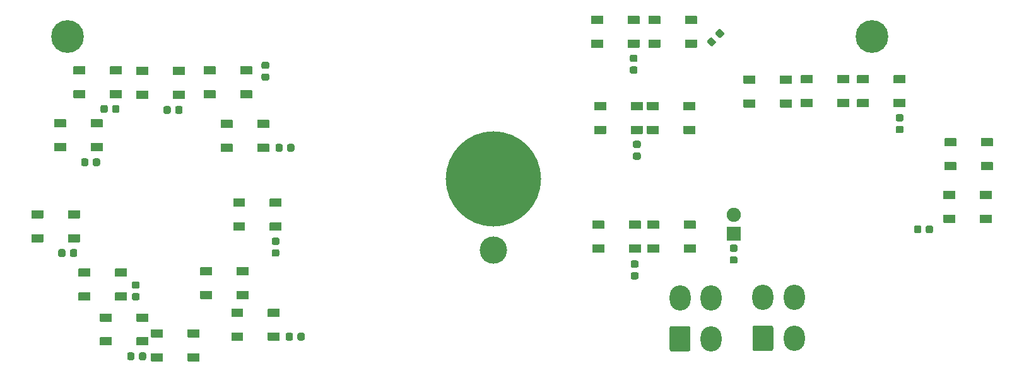
<source format=gbr>
%TF.GenerationSoftware,KiCad,Pcbnew,(5.1.10)-1*%
%TF.CreationDate,2021-11-16T17:05:13+11:00*%
%TF.ProjectId,FCS Panel PCB V2,46435320-5061-46e6-956c-205043422056,rev?*%
%TF.SameCoordinates,Original*%
%TF.FileFunction,Soldermask,Top*%
%TF.FilePolarity,Negative*%
%FSLAX46Y46*%
G04 Gerber Fmt 4.6, Leading zero omitted, Abs format (unit mm)*
G04 Created by KiCad (PCBNEW (5.1.10)-1) date 2021-11-16 17:05:13*
%MOMM*%
%LPD*%
G01*
G04 APERTURE LIST*
%ADD10O,2.800000X3.400000*%
%ADD11C,4.400000*%
%ADD12C,12.800000*%
%ADD13C,3.672000*%
%ADD14C,1.900000*%
G04 APERTURE END LIST*
D10*
%TO.C,J2*%
X176624000Y-86788400D03*
X172424000Y-86788400D03*
X176624000Y-92288400D03*
G36*
G01*
X171024000Y-93729140D02*
X171024000Y-90847660D01*
G75*
G02*
X171283260Y-90588400I259260J0D01*
G01*
X173564740Y-90588400D01*
G75*
G02*
X173824000Y-90847660I0J-259260D01*
G01*
X173824000Y-93729140D01*
G75*
G02*
X173564740Y-93988400I-259260J0D01*
G01*
X171283260Y-93988400D01*
G75*
G02*
X171024000Y-93729140I0J259260D01*
G01*
G37*
%TD*%
%TO.C,J1*%
X187747000Y-86717200D03*
X183547000Y-86717200D03*
X187747000Y-92217200D03*
G36*
G01*
X182147000Y-93657940D02*
X182147000Y-90776460D01*
G75*
G02*
X182406260Y-90517200I259260J0D01*
G01*
X184687740Y-90517200D01*
G75*
G02*
X184947000Y-90776460I0J-259260D01*
G01*
X184947000Y-93657940D01*
G75*
G02*
X184687740Y-93917200I-259260J0D01*
G01*
X182406260Y-93917200D01*
G75*
G02*
X182147000Y-93657940I0J259260D01*
G01*
G37*
%TD*%
D11*
%TO.C,2*%
X198150894Y-51660146D03*
%TD*%
%TO.C,1*%
X90200894Y-51660146D03*
%TD*%
D12*
%TO.C,1*%
X147350894Y-70837146D03*
X147350894Y-70837146D03*
D13*
X147350894Y-80362146D03*
%TD*%
%TO.C,R1*%
G36*
G01*
X179902250Y-80606700D02*
X179339750Y-80606700D01*
G75*
G02*
X179096000Y-80362950I0J243750D01*
G01*
X179096000Y-79875450D01*
G75*
G02*
X179339750Y-79631700I243750J0D01*
G01*
X179902250Y-79631700D01*
G75*
G02*
X180146000Y-79875450I0J-243750D01*
G01*
X180146000Y-80362950D01*
G75*
G02*
X179902250Y-80606700I-243750J0D01*
G01*
G37*
G36*
G01*
X179902250Y-82181700D02*
X179339750Y-82181700D01*
G75*
G02*
X179096000Y-81937950I0J243750D01*
G01*
X179096000Y-81450450D01*
G75*
G02*
X179339750Y-81206700I243750J0D01*
G01*
X179902250Y-81206700D01*
G75*
G02*
X180146000Y-81450450I0J-243750D01*
G01*
X180146000Y-81937950D01*
G75*
G02*
X179902250Y-82181700I-243750J0D01*
G01*
G37*
%TD*%
%TO.C,C17*%
G36*
G01*
X104686000Y-61810250D02*
X104686000Y-61247750D01*
G75*
G02*
X104929750Y-61004000I243750J0D01*
G01*
X105417250Y-61004000D01*
G75*
G02*
X105661000Y-61247750I0J-243750D01*
G01*
X105661000Y-61810250D01*
G75*
G02*
X105417250Y-62054000I-243750J0D01*
G01*
X104929750Y-62054000D01*
G75*
G02*
X104686000Y-61810250I0J243750D01*
G01*
G37*
G36*
G01*
X103111000Y-61810250D02*
X103111000Y-61247750D01*
G75*
G02*
X103354750Y-61004000I243750J0D01*
G01*
X103842250Y-61004000D01*
G75*
G02*
X104086000Y-61247750I0J-243750D01*
G01*
X104086000Y-61810250D01*
G75*
G02*
X103842250Y-62054000I-243750J0D01*
G01*
X103354750Y-62054000D01*
G75*
G02*
X103111000Y-61810250I0J243750D01*
G01*
G37*
%TD*%
%TO.C,C16*%
G36*
G01*
X166621250Y-82735200D02*
X166058750Y-82735200D01*
G75*
G02*
X165815000Y-82491450I0J243750D01*
G01*
X165815000Y-82003950D01*
G75*
G02*
X166058750Y-81760200I243750J0D01*
G01*
X166621250Y-81760200D01*
G75*
G02*
X166865000Y-82003950I0J-243750D01*
G01*
X166865000Y-82491450D01*
G75*
G02*
X166621250Y-82735200I-243750J0D01*
G01*
G37*
G36*
G01*
X166621250Y-84310200D02*
X166058750Y-84310200D01*
G75*
G02*
X165815000Y-84066450I0J243750D01*
G01*
X165815000Y-83578950D01*
G75*
G02*
X166058750Y-83335200I243750J0D01*
G01*
X166621250Y-83335200D01*
G75*
G02*
X166865000Y-83578950I0J-243750D01*
G01*
X166865000Y-84066450D01*
G75*
G02*
X166621250Y-84310200I-243750J0D01*
G01*
G37*
%TD*%
%TO.C,C15*%
G36*
G01*
X90558800Y-81040550D02*
X90558800Y-80478050D01*
G75*
G02*
X90802550Y-80234300I243750J0D01*
G01*
X91290050Y-80234300D01*
G75*
G02*
X91533800Y-80478050I0J-243750D01*
G01*
X91533800Y-81040550D01*
G75*
G02*
X91290050Y-81284300I-243750J0D01*
G01*
X90802550Y-81284300D01*
G75*
G02*
X90558800Y-81040550I0J243750D01*
G01*
G37*
G36*
G01*
X88983800Y-81040550D02*
X88983800Y-80478050D01*
G75*
G02*
X89227550Y-80234300I243750J0D01*
G01*
X89715050Y-80234300D01*
G75*
G02*
X89958800Y-80478050I0J-243750D01*
G01*
X89958800Y-81040550D01*
G75*
G02*
X89715050Y-81284300I-243750J0D01*
G01*
X89227550Y-81284300D01*
G75*
G02*
X88983800Y-81040550I0J243750D01*
G01*
G37*
%TD*%
%TO.C,C14*%
G36*
G01*
X99101350Y-86144500D02*
X99663850Y-86144500D01*
G75*
G02*
X99907600Y-86388250I0J-243750D01*
G01*
X99907600Y-86875750D01*
G75*
G02*
X99663850Y-87119500I-243750J0D01*
G01*
X99101350Y-87119500D01*
G75*
G02*
X98857600Y-86875750I0J243750D01*
G01*
X98857600Y-86388250D01*
G75*
G02*
X99101350Y-86144500I243750J0D01*
G01*
G37*
G36*
G01*
X99101350Y-84569500D02*
X99663850Y-84569500D01*
G75*
G02*
X99907600Y-84813250I0J-243750D01*
G01*
X99907600Y-85300750D01*
G75*
G02*
X99663850Y-85544500I-243750J0D01*
G01*
X99101350Y-85544500D01*
G75*
G02*
X98857600Y-85300750I0J243750D01*
G01*
X98857600Y-84813250D01*
G75*
G02*
X99101350Y-84569500I243750J0D01*
G01*
G37*
%TD*%
%TO.C,C13*%
G36*
G01*
X205405000Y-77868050D02*
X205405000Y-77305550D01*
G75*
G02*
X205648750Y-77061800I243750J0D01*
G01*
X206136250Y-77061800D01*
G75*
G02*
X206380000Y-77305550I0J-243750D01*
G01*
X206380000Y-77868050D01*
G75*
G02*
X206136250Y-78111800I-243750J0D01*
G01*
X205648750Y-78111800D01*
G75*
G02*
X205405000Y-77868050I0J243750D01*
G01*
G37*
G36*
G01*
X203830000Y-77868050D02*
X203830000Y-77305550D01*
G75*
G02*
X204073750Y-77061800I243750J0D01*
G01*
X204561250Y-77061800D01*
G75*
G02*
X204805000Y-77305550I0J-243750D01*
G01*
X204805000Y-77868050D01*
G75*
G02*
X204561250Y-78111800I-243750J0D01*
G01*
X204073750Y-78111800D01*
G75*
G02*
X203830000Y-77868050I0J243750D01*
G01*
G37*
%TD*%
%TO.C,C12*%
G36*
G01*
X202173250Y-63073100D02*
X201610750Y-63073100D01*
G75*
G02*
X201367000Y-62829350I0J243750D01*
G01*
X201367000Y-62341850D01*
G75*
G02*
X201610750Y-62098100I243750J0D01*
G01*
X202173250Y-62098100D01*
G75*
G02*
X202417000Y-62341850I0J-243750D01*
G01*
X202417000Y-62829350D01*
G75*
G02*
X202173250Y-63073100I-243750J0D01*
G01*
G37*
G36*
G01*
X202173250Y-64648100D02*
X201610750Y-64648100D01*
G75*
G02*
X201367000Y-64404350I0J243750D01*
G01*
X201367000Y-63916850D01*
G75*
G02*
X201610750Y-63673100I243750J0D01*
G01*
X202173250Y-63673100D01*
G75*
G02*
X202417000Y-63916850I0J-243750D01*
G01*
X202417000Y-64404350D01*
G75*
G02*
X202173250Y-64648100I-243750J0D01*
G01*
G37*
%TD*%
%TO.C,C11*%
G36*
G01*
X166908250Y-66651800D02*
X166345750Y-66651800D01*
G75*
G02*
X166102000Y-66408050I0J243750D01*
G01*
X166102000Y-65920550D01*
G75*
G02*
X166345750Y-65676800I243750J0D01*
G01*
X166908250Y-65676800D01*
G75*
G02*
X167152000Y-65920550I0J-243750D01*
G01*
X167152000Y-66408050D01*
G75*
G02*
X166908250Y-66651800I-243750J0D01*
G01*
G37*
G36*
G01*
X166908250Y-68226800D02*
X166345750Y-68226800D01*
G75*
G02*
X166102000Y-67983050I0J243750D01*
G01*
X166102000Y-67495550D01*
G75*
G02*
X166345750Y-67251800I243750J0D01*
G01*
X166908250Y-67251800D01*
G75*
G02*
X167152000Y-67495550I0J-243750D01*
G01*
X167152000Y-67983050D01*
G75*
G02*
X166908250Y-68226800I-243750J0D01*
G01*
G37*
%TD*%
%TO.C,C10*%
G36*
G01*
X176799993Y-51836259D02*
X177197741Y-52234007D01*
G75*
G02*
X177197741Y-52578721I-172357J-172357D01*
G01*
X176853027Y-52923435D01*
G75*
G02*
X176508313Y-52923435I-172357J172357D01*
G01*
X176110565Y-52525687D01*
G75*
G02*
X176110565Y-52180973I172357J172357D01*
G01*
X176455279Y-51836259D01*
G75*
G02*
X176799993Y-51836259I172357J-172357D01*
G01*
G37*
G36*
G01*
X177913687Y-50722565D02*
X178311435Y-51120313D01*
G75*
G02*
X178311435Y-51465027I-172357J-172357D01*
G01*
X177966721Y-51809741D01*
G75*
G02*
X177622007Y-51809741I-172357J172357D01*
G01*
X177224259Y-51411993D01*
G75*
G02*
X177224259Y-51067279I172357J172357D01*
G01*
X177568973Y-50722565D01*
G75*
G02*
X177913687Y-50722565I172357J-172357D01*
G01*
G37*
%TD*%
%TO.C,C9*%
G36*
G01*
X166483250Y-55082100D02*
X165920750Y-55082100D01*
G75*
G02*
X165677000Y-54838350I0J243750D01*
G01*
X165677000Y-54350850D01*
G75*
G02*
X165920750Y-54107100I243750J0D01*
G01*
X166483250Y-54107100D01*
G75*
G02*
X166727000Y-54350850I0J-243750D01*
G01*
X166727000Y-54838350D01*
G75*
G02*
X166483250Y-55082100I-243750J0D01*
G01*
G37*
G36*
G01*
X166483250Y-56657100D02*
X165920750Y-56657100D01*
G75*
G02*
X165677000Y-56413350I0J243750D01*
G01*
X165677000Y-55925850D01*
G75*
G02*
X165920750Y-55682100I243750J0D01*
G01*
X166483250Y-55682100D01*
G75*
G02*
X166727000Y-55925850I0J-243750D01*
G01*
X166727000Y-56413350D01*
G75*
G02*
X166483250Y-56657100I-243750J0D01*
G01*
G37*
%TD*%
%TO.C,C8*%
G36*
G01*
X119108000Y-66335350D02*
X119108000Y-66897850D01*
G75*
G02*
X118864250Y-67141600I-243750J0D01*
G01*
X118376750Y-67141600D01*
G75*
G02*
X118133000Y-66897850I0J243750D01*
G01*
X118133000Y-66335350D01*
G75*
G02*
X118376750Y-66091600I243750J0D01*
G01*
X118864250Y-66091600D01*
G75*
G02*
X119108000Y-66335350I0J-243750D01*
G01*
G37*
G36*
G01*
X120683000Y-66335350D02*
X120683000Y-66897850D01*
G75*
G02*
X120439250Y-67141600I-243750J0D01*
G01*
X119951750Y-67141600D01*
G75*
G02*
X119708000Y-66897850I0J243750D01*
G01*
X119708000Y-66335350D01*
G75*
G02*
X119951750Y-66091600I243750J0D01*
G01*
X120439250Y-66091600D01*
G75*
G02*
X120683000Y-66335350I0J-243750D01*
G01*
G37*
%TD*%
%TO.C,C7*%
G36*
G01*
X118429250Y-79666900D02*
X117866750Y-79666900D01*
G75*
G02*
X117623000Y-79423150I0J243750D01*
G01*
X117623000Y-78935650D01*
G75*
G02*
X117866750Y-78691900I243750J0D01*
G01*
X118429250Y-78691900D01*
G75*
G02*
X118673000Y-78935650I0J-243750D01*
G01*
X118673000Y-79423150D01*
G75*
G02*
X118429250Y-79666900I-243750J0D01*
G01*
G37*
G36*
G01*
X118429250Y-81241900D02*
X117866750Y-81241900D01*
G75*
G02*
X117623000Y-80998150I0J243750D01*
G01*
X117623000Y-80510650D01*
G75*
G02*
X117866750Y-80266900I243750J0D01*
G01*
X118429250Y-80266900D01*
G75*
G02*
X118673000Y-80510650I0J-243750D01*
G01*
X118673000Y-80998150D01*
G75*
G02*
X118429250Y-81241900I-243750J0D01*
G01*
G37*
%TD*%
%TO.C,C6*%
G36*
G01*
X120480000Y-91722650D02*
X120480000Y-92285150D01*
G75*
G02*
X120236250Y-92528900I-243750J0D01*
G01*
X119748750Y-92528900D01*
G75*
G02*
X119505000Y-92285150I0J243750D01*
G01*
X119505000Y-91722650D01*
G75*
G02*
X119748750Y-91478900I243750J0D01*
G01*
X120236250Y-91478900D01*
G75*
G02*
X120480000Y-91722650I0J-243750D01*
G01*
G37*
G36*
G01*
X122055000Y-91722650D02*
X122055000Y-92285150D01*
G75*
G02*
X121811250Y-92528900I-243750J0D01*
G01*
X121323750Y-92528900D01*
G75*
G02*
X121080000Y-92285150I0J243750D01*
G01*
X121080000Y-91722650D01*
G75*
G02*
X121323750Y-91478900I243750J0D01*
G01*
X121811250Y-91478900D01*
G75*
G02*
X122055000Y-91722650I0J-243750D01*
G01*
G37*
%TD*%
%TO.C,C5*%
G36*
G01*
X99814600Y-94924150D02*
X99814600Y-94361650D01*
G75*
G02*
X100058350Y-94117900I243750J0D01*
G01*
X100545850Y-94117900D01*
G75*
G02*
X100789600Y-94361650I0J-243750D01*
G01*
X100789600Y-94924150D01*
G75*
G02*
X100545850Y-95167900I-243750J0D01*
G01*
X100058350Y-95167900D01*
G75*
G02*
X99814600Y-94924150I0J243750D01*
G01*
G37*
G36*
G01*
X98239600Y-94924150D02*
X98239600Y-94361650D01*
G75*
G02*
X98483350Y-94117900I243750J0D01*
G01*
X98970850Y-94117900D01*
G75*
G02*
X99214600Y-94361650I0J-243750D01*
G01*
X99214600Y-94924150D01*
G75*
G02*
X98970850Y-95167900I-243750J0D01*
G01*
X98483350Y-95167900D01*
G75*
G02*
X98239600Y-94924150I0J243750D01*
G01*
G37*
%TD*%
%TO.C,C4*%
G36*
G01*
X93629700Y-68843450D02*
X93629700Y-68280950D01*
G75*
G02*
X93873450Y-68037200I243750J0D01*
G01*
X94360950Y-68037200D01*
G75*
G02*
X94604700Y-68280950I0J-243750D01*
G01*
X94604700Y-68843450D01*
G75*
G02*
X94360950Y-69087200I-243750J0D01*
G01*
X93873450Y-69087200D01*
G75*
G02*
X93629700Y-68843450I0J243750D01*
G01*
G37*
G36*
G01*
X92054700Y-68843450D02*
X92054700Y-68280950D01*
G75*
G02*
X92298450Y-68037200I243750J0D01*
G01*
X92785950Y-68037200D01*
G75*
G02*
X93029700Y-68280950I0J-243750D01*
G01*
X93029700Y-68843450D01*
G75*
G02*
X92785950Y-69087200I-243750J0D01*
G01*
X92298450Y-69087200D01*
G75*
G02*
X92054700Y-68843450I0J243750D01*
G01*
G37*
%TD*%
%TO.C,C3*%
G36*
G01*
X96217900Y-61678150D02*
X96217900Y-61115650D01*
G75*
G02*
X96461650Y-60871900I243750J0D01*
G01*
X96949150Y-60871900D01*
G75*
G02*
X97192900Y-61115650I0J-243750D01*
G01*
X97192900Y-61678150D01*
G75*
G02*
X96949150Y-61921900I-243750J0D01*
G01*
X96461650Y-61921900D01*
G75*
G02*
X96217900Y-61678150I0J243750D01*
G01*
G37*
G36*
G01*
X94642900Y-61678150D02*
X94642900Y-61115650D01*
G75*
G02*
X94886650Y-60871900I243750J0D01*
G01*
X95374150Y-60871900D01*
G75*
G02*
X95617900Y-61115650I0J-243750D01*
G01*
X95617900Y-61678150D01*
G75*
G02*
X95374150Y-61921900I-243750J0D01*
G01*
X94886650Y-61921900D01*
G75*
G02*
X94642900Y-61678150I0J243750D01*
G01*
G37*
%TD*%
%TO.C,C2*%
G36*
G01*
X116507750Y-56622000D02*
X117070250Y-56622000D01*
G75*
G02*
X117314000Y-56865750I0J-243750D01*
G01*
X117314000Y-57353250D01*
G75*
G02*
X117070250Y-57597000I-243750J0D01*
G01*
X116507750Y-57597000D01*
G75*
G02*
X116264000Y-57353250I0J243750D01*
G01*
X116264000Y-56865750D01*
G75*
G02*
X116507750Y-56622000I243750J0D01*
G01*
G37*
G36*
G01*
X116507750Y-55047000D02*
X117070250Y-55047000D01*
G75*
G02*
X117314000Y-55290750I0J-243750D01*
G01*
X117314000Y-55778250D01*
G75*
G02*
X117070250Y-56022000I-243750J0D01*
G01*
X116507750Y-56022000D01*
G75*
G02*
X116264000Y-55778250I0J243750D01*
G01*
X116264000Y-55290750D01*
G75*
G02*
X116507750Y-55047000I243750J0D01*
G01*
G37*
%TD*%
D14*
%TO.C,D24*%
X179624000Y-75615800D03*
G36*
G01*
X180524000Y-79105800D02*
X178724000Y-79105800D01*
G75*
G02*
X178674000Y-79055800I0J50000D01*
G01*
X178674000Y-77255800D01*
G75*
G02*
X178724000Y-77205800I50000J0D01*
G01*
X180524000Y-77205800D01*
G75*
G02*
X180574000Y-77255800I0J-50000D01*
G01*
X180574000Y-79055800D01*
G75*
G02*
X180524000Y-79105800I-50000J0D01*
G01*
G37*
%TD*%
%TO.C,D23*%
G36*
G01*
X207762000Y-73448800D02*
X207762000Y-72448800D01*
G75*
G02*
X207812000Y-72398800I50000J0D01*
G01*
X209312000Y-72398800D01*
G75*
G02*
X209362000Y-72448800I0J-50000D01*
G01*
X209362000Y-73448800D01*
G75*
G02*
X209312000Y-73498800I-50000J0D01*
G01*
X207812000Y-73498800D01*
G75*
G02*
X207762000Y-73448800I0J50000D01*
G01*
G37*
G36*
G01*
X207762000Y-76648800D02*
X207762000Y-75648800D01*
G75*
G02*
X207812000Y-75598800I50000J0D01*
G01*
X209312000Y-75598800D01*
G75*
G02*
X209362000Y-75648800I0J-50000D01*
G01*
X209362000Y-76648800D01*
G75*
G02*
X209312000Y-76698800I-50000J0D01*
G01*
X207812000Y-76698800D01*
G75*
G02*
X207762000Y-76648800I0J50000D01*
G01*
G37*
G36*
G01*
X212662000Y-73448800D02*
X212662000Y-72448800D01*
G75*
G02*
X212712000Y-72398800I50000J0D01*
G01*
X214212000Y-72398800D01*
G75*
G02*
X214262000Y-72448800I0J-50000D01*
G01*
X214262000Y-73448800D01*
G75*
G02*
X214212000Y-73498800I-50000J0D01*
G01*
X212712000Y-73498800D01*
G75*
G02*
X212662000Y-73448800I0J50000D01*
G01*
G37*
G36*
G01*
X212662000Y-76648800D02*
X212662000Y-75648800D01*
G75*
G02*
X212712000Y-75598800I50000J0D01*
G01*
X214212000Y-75598800D01*
G75*
G02*
X214262000Y-75648800I0J-50000D01*
G01*
X214262000Y-76648800D01*
G75*
G02*
X214212000Y-76698800I-50000J0D01*
G01*
X212712000Y-76698800D01*
G75*
G02*
X212662000Y-76648800I0J50000D01*
G01*
G37*
%TD*%
%TO.C,D22*%
G36*
G01*
X207914000Y-66387600D02*
X207914000Y-65387600D01*
G75*
G02*
X207964000Y-65337600I50000J0D01*
G01*
X209464000Y-65337600D01*
G75*
G02*
X209514000Y-65387600I0J-50000D01*
G01*
X209514000Y-66387600D01*
G75*
G02*
X209464000Y-66437600I-50000J0D01*
G01*
X207964000Y-66437600D01*
G75*
G02*
X207914000Y-66387600I0J50000D01*
G01*
G37*
G36*
G01*
X207914000Y-69587600D02*
X207914000Y-68587600D01*
G75*
G02*
X207964000Y-68537600I50000J0D01*
G01*
X209464000Y-68537600D01*
G75*
G02*
X209514000Y-68587600I0J-50000D01*
G01*
X209514000Y-69587600D01*
G75*
G02*
X209464000Y-69637600I-50000J0D01*
G01*
X207964000Y-69637600D01*
G75*
G02*
X207914000Y-69587600I0J50000D01*
G01*
G37*
G36*
G01*
X212814000Y-66387600D02*
X212814000Y-65387600D01*
G75*
G02*
X212864000Y-65337600I50000J0D01*
G01*
X214364000Y-65337600D01*
G75*
G02*
X214414000Y-65387600I0J-50000D01*
G01*
X214414000Y-66387600D01*
G75*
G02*
X214364000Y-66437600I-50000J0D01*
G01*
X212864000Y-66437600D01*
G75*
G02*
X212814000Y-66387600I0J50000D01*
G01*
G37*
G36*
G01*
X212814000Y-69587600D02*
X212814000Y-68587600D01*
G75*
G02*
X212864000Y-68537600I50000J0D01*
G01*
X214364000Y-68537600D01*
G75*
G02*
X214414000Y-68587600I0J-50000D01*
G01*
X214414000Y-69587600D01*
G75*
G02*
X214364000Y-69637600I-50000J0D01*
G01*
X212864000Y-69637600D01*
G75*
G02*
X212814000Y-69587600I0J50000D01*
G01*
G37*
%TD*%
%TO.C,D21*%
G36*
G01*
X168036000Y-77462000D02*
X168036000Y-76462000D01*
G75*
G02*
X168086000Y-76412000I50000J0D01*
G01*
X169586000Y-76412000D01*
G75*
G02*
X169636000Y-76462000I0J-50000D01*
G01*
X169636000Y-77462000D01*
G75*
G02*
X169586000Y-77512000I-50000J0D01*
G01*
X168086000Y-77512000D01*
G75*
G02*
X168036000Y-77462000I0J50000D01*
G01*
G37*
G36*
G01*
X168036000Y-80662000D02*
X168036000Y-79662000D01*
G75*
G02*
X168086000Y-79612000I50000J0D01*
G01*
X169586000Y-79612000D01*
G75*
G02*
X169636000Y-79662000I0J-50000D01*
G01*
X169636000Y-80662000D01*
G75*
G02*
X169586000Y-80712000I-50000J0D01*
G01*
X168086000Y-80712000D01*
G75*
G02*
X168036000Y-80662000I0J50000D01*
G01*
G37*
G36*
G01*
X172936000Y-77462000D02*
X172936000Y-76462000D01*
G75*
G02*
X172986000Y-76412000I50000J0D01*
G01*
X174486000Y-76412000D01*
G75*
G02*
X174536000Y-76462000I0J-50000D01*
G01*
X174536000Y-77462000D01*
G75*
G02*
X174486000Y-77512000I-50000J0D01*
G01*
X172986000Y-77512000D01*
G75*
G02*
X172936000Y-77462000I0J50000D01*
G01*
G37*
G36*
G01*
X172936000Y-80662000D02*
X172936000Y-79662000D01*
G75*
G02*
X172986000Y-79612000I50000J0D01*
G01*
X174486000Y-79612000D01*
G75*
G02*
X174536000Y-79662000I0J-50000D01*
G01*
X174536000Y-80662000D01*
G75*
G02*
X174486000Y-80712000I-50000J0D01*
G01*
X172986000Y-80712000D01*
G75*
G02*
X172936000Y-80662000I0J50000D01*
G01*
G37*
%TD*%
%TO.C,D20*%
G36*
G01*
X160670000Y-77462400D02*
X160670000Y-76462400D01*
G75*
G02*
X160720000Y-76412400I50000J0D01*
G01*
X162220000Y-76412400D01*
G75*
G02*
X162270000Y-76462400I0J-50000D01*
G01*
X162270000Y-77462400D01*
G75*
G02*
X162220000Y-77512400I-50000J0D01*
G01*
X160720000Y-77512400D01*
G75*
G02*
X160670000Y-77462400I0J50000D01*
G01*
G37*
G36*
G01*
X160670000Y-80662400D02*
X160670000Y-79662400D01*
G75*
G02*
X160720000Y-79612400I50000J0D01*
G01*
X162220000Y-79612400D01*
G75*
G02*
X162270000Y-79662400I0J-50000D01*
G01*
X162270000Y-80662400D01*
G75*
G02*
X162220000Y-80712400I-50000J0D01*
G01*
X160720000Y-80712400D01*
G75*
G02*
X160670000Y-80662400I0J50000D01*
G01*
G37*
G36*
G01*
X165570000Y-77462400D02*
X165570000Y-76462400D01*
G75*
G02*
X165620000Y-76412400I50000J0D01*
G01*
X167120000Y-76412400D01*
G75*
G02*
X167170000Y-76462400I0J-50000D01*
G01*
X167170000Y-77462400D01*
G75*
G02*
X167120000Y-77512400I-50000J0D01*
G01*
X165620000Y-77512400D01*
G75*
G02*
X165570000Y-77462400I0J50000D01*
G01*
G37*
G36*
G01*
X165570000Y-80662400D02*
X165570000Y-79662400D01*
G75*
G02*
X165620000Y-79612400I50000J0D01*
G01*
X167120000Y-79612400D01*
G75*
G02*
X167170000Y-79662400I0J-50000D01*
G01*
X167170000Y-80662400D01*
G75*
G02*
X167120000Y-80712400I-50000J0D01*
G01*
X165620000Y-80712400D01*
G75*
G02*
X165570000Y-80662400I0J50000D01*
G01*
G37*
%TD*%
%TO.C,D19*%
G36*
G01*
X196179000Y-57904000D02*
X196179000Y-56904000D01*
G75*
G02*
X196229000Y-56854000I50000J0D01*
G01*
X197729000Y-56854000D01*
G75*
G02*
X197779000Y-56904000I0J-50000D01*
G01*
X197779000Y-57904000D01*
G75*
G02*
X197729000Y-57954000I-50000J0D01*
G01*
X196229000Y-57954000D01*
G75*
G02*
X196179000Y-57904000I0J50000D01*
G01*
G37*
G36*
G01*
X196179000Y-61104000D02*
X196179000Y-60104000D01*
G75*
G02*
X196229000Y-60054000I50000J0D01*
G01*
X197729000Y-60054000D01*
G75*
G02*
X197779000Y-60104000I0J-50000D01*
G01*
X197779000Y-61104000D01*
G75*
G02*
X197729000Y-61154000I-50000J0D01*
G01*
X196229000Y-61154000D01*
G75*
G02*
X196179000Y-61104000I0J50000D01*
G01*
G37*
G36*
G01*
X201079000Y-57904000D02*
X201079000Y-56904000D01*
G75*
G02*
X201129000Y-56854000I50000J0D01*
G01*
X202629000Y-56854000D01*
G75*
G02*
X202679000Y-56904000I0J-50000D01*
G01*
X202679000Y-57904000D01*
G75*
G02*
X202629000Y-57954000I-50000J0D01*
G01*
X201129000Y-57954000D01*
G75*
G02*
X201079000Y-57904000I0J50000D01*
G01*
G37*
G36*
G01*
X201079000Y-61104000D02*
X201079000Y-60104000D01*
G75*
G02*
X201129000Y-60054000I50000J0D01*
G01*
X202629000Y-60054000D01*
G75*
G02*
X202679000Y-60104000I0J-50000D01*
G01*
X202679000Y-61104000D01*
G75*
G02*
X202629000Y-61154000I-50000J0D01*
G01*
X201129000Y-61154000D01*
G75*
G02*
X201079000Y-61104000I0J50000D01*
G01*
G37*
%TD*%
%TO.C,D18*%
G36*
G01*
X188633000Y-57904000D02*
X188633000Y-56904000D01*
G75*
G02*
X188683000Y-56854000I50000J0D01*
G01*
X190183000Y-56854000D01*
G75*
G02*
X190233000Y-56904000I0J-50000D01*
G01*
X190233000Y-57904000D01*
G75*
G02*
X190183000Y-57954000I-50000J0D01*
G01*
X188683000Y-57954000D01*
G75*
G02*
X188633000Y-57904000I0J50000D01*
G01*
G37*
G36*
G01*
X188633000Y-61104000D02*
X188633000Y-60104000D01*
G75*
G02*
X188683000Y-60054000I50000J0D01*
G01*
X190183000Y-60054000D01*
G75*
G02*
X190233000Y-60104000I0J-50000D01*
G01*
X190233000Y-61104000D01*
G75*
G02*
X190183000Y-61154000I-50000J0D01*
G01*
X188683000Y-61154000D01*
G75*
G02*
X188633000Y-61104000I0J50000D01*
G01*
G37*
G36*
G01*
X193533000Y-57904000D02*
X193533000Y-56904000D01*
G75*
G02*
X193583000Y-56854000I50000J0D01*
G01*
X195083000Y-56854000D01*
G75*
G02*
X195133000Y-56904000I0J-50000D01*
G01*
X195133000Y-57904000D01*
G75*
G02*
X195083000Y-57954000I-50000J0D01*
G01*
X193583000Y-57954000D01*
G75*
G02*
X193533000Y-57904000I0J50000D01*
G01*
G37*
G36*
G01*
X193533000Y-61104000D02*
X193533000Y-60104000D01*
G75*
G02*
X193583000Y-60054000I50000J0D01*
G01*
X195083000Y-60054000D01*
G75*
G02*
X195133000Y-60104000I0J-50000D01*
G01*
X195133000Y-61104000D01*
G75*
G02*
X195083000Y-61154000I-50000J0D01*
G01*
X193583000Y-61154000D01*
G75*
G02*
X193533000Y-61104000I0J50000D01*
G01*
G37*
%TD*%
%TO.C,D17*%
G36*
G01*
X180939000Y-57955200D02*
X180939000Y-56955200D01*
G75*
G02*
X180989000Y-56905200I50000J0D01*
G01*
X182489000Y-56905200D01*
G75*
G02*
X182539000Y-56955200I0J-50000D01*
G01*
X182539000Y-57955200D01*
G75*
G02*
X182489000Y-58005200I-50000J0D01*
G01*
X180989000Y-58005200D01*
G75*
G02*
X180939000Y-57955200I0J50000D01*
G01*
G37*
G36*
G01*
X180939000Y-61155200D02*
X180939000Y-60155200D01*
G75*
G02*
X180989000Y-60105200I50000J0D01*
G01*
X182489000Y-60105200D01*
G75*
G02*
X182539000Y-60155200I0J-50000D01*
G01*
X182539000Y-61155200D01*
G75*
G02*
X182489000Y-61205200I-50000J0D01*
G01*
X180989000Y-61205200D01*
G75*
G02*
X180939000Y-61155200I0J50000D01*
G01*
G37*
G36*
G01*
X185839000Y-57955200D02*
X185839000Y-56955200D01*
G75*
G02*
X185889000Y-56905200I50000J0D01*
G01*
X187389000Y-56905200D01*
G75*
G02*
X187439000Y-56955200I0J-50000D01*
G01*
X187439000Y-57955200D01*
G75*
G02*
X187389000Y-58005200I-50000J0D01*
G01*
X185889000Y-58005200D01*
G75*
G02*
X185839000Y-57955200I0J50000D01*
G01*
G37*
G36*
G01*
X185839000Y-61155200D02*
X185839000Y-60155200D01*
G75*
G02*
X185889000Y-60105200I50000J0D01*
G01*
X187389000Y-60105200D01*
G75*
G02*
X187439000Y-60155200I0J-50000D01*
G01*
X187439000Y-61155200D01*
G75*
G02*
X187389000Y-61205200I-50000J0D01*
G01*
X185889000Y-61205200D01*
G75*
G02*
X185839000Y-61155200I0J50000D01*
G01*
G37*
%TD*%
%TO.C,D16*%
G36*
G01*
X167985000Y-61511200D02*
X167985000Y-60511200D01*
G75*
G02*
X168035000Y-60461200I50000J0D01*
G01*
X169535000Y-60461200D01*
G75*
G02*
X169585000Y-60511200I0J-50000D01*
G01*
X169585000Y-61511200D01*
G75*
G02*
X169535000Y-61561200I-50000J0D01*
G01*
X168035000Y-61561200D01*
G75*
G02*
X167985000Y-61511200I0J50000D01*
G01*
G37*
G36*
G01*
X167985000Y-64711200D02*
X167985000Y-63711200D01*
G75*
G02*
X168035000Y-63661200I50000J0D01*
G01*
X169535000Y-63661200D01*
G75*
G02*
X169585000Y-63711200I0J-50000D01*
G01*
X169585000Y-64711200D01*
G75*
G02*
X169535000Y-64761200I-50000J0D01*
G01*
X168035000Y-64761200D01*
G75*
G02*
X167985000Y-64711200I0J50000D01*
G01*
G37*
G36*
G01*
X172885000Y-61511200D02*
X172885000Y-60511200D01*
G75*
G02*
X172935000Y-60461200I50000J0D01*
G01*
X174435000Y-60461200D01*
G75*
G02*
X174485000Y-60511200I0J-50000D01*
G01*
X174485000Y-61511200D01*
G75*
G02*
X174435000Y-61561200I-50000J0D01*
G01*
X172935000Y-61561200D01*
G75*
G02*
X172885000Y-61511200I0J50000D01*
G01*
G37*
G36*
G01*
X172885000Y-64711200D02*
X172885000Y-63711200D01*
G75*
G02*
X172935000Y-63661200I50000J0D01*
G01*
X174435000Y-63661200D01*
G75*
G02*
X174485000Y-63711200I0J-50000D01*
G01*
X174485000Y-64711200D01*
G75*
G02*
X174435000Y-64761200I-50000J0D01*
G01*
X172935000Y-64761200D01*
G75*
G02*
X172885000Y-64711200I0J50000D01*
G01*
G37*
%TD*%
%TO.C,D15*%
G36*
G01*
X160924000Y-61510800D02*
X160924000Y-60510800D01*
G75*
G02*
X160974000Y-60460800I50000J0D01*
G01*
X162474000Y-60460800D01*
G75*
G02*
X162524000Y-60510800I0J-50000D01*
G01*
X162524000Y-61510800D01*
G75*
G02*
X162474000Y-61560800I-50000J0D01*
G01*
X160974000Y-61560800D01*
G75*
G02*
X160924000Y-61510800I0J50000D01*
G01*
G37*
G36*
G01*
X160924000Y-64710800D02*
X160924000Y-63710800D01*
G75*
G02*
X160974000Y-63660800I50000J0D01*
G01*
X162474000Y-63660800D01*
G75*
G02*
X162524000Y-63710800I0J-50000D01*
G01*
X162524000Y-64710800D01*
G75*
G02*
X162474000Y-64760800I-50000J0D01*
G01*
X160974000Y-64760800D01*
G75*
G02*
X160924000Y-64710800I0J50000D01*
G01*
G37*
G36*
G01*
X165824000Y-61510800D02*
X165824000Y-60510800D01*
G75*
G02*
X165874000Y-60460800I50000J0D01*
G01*
X167374000Y-60460800D01*
G75*
G02*
X167424000Y-60510800I0J-50000D01*
G01*
X167424000Y-61510800D01*
G75*
G02*
X167374000Y-61560800I-50000J0D01*
G01*
X165874000Y-61560800D01*
G75*
G02*
X165824000Y-61510800I0J50000D01*
G01*
G37*
G36*
G01*
X165824000Y-64710800D02*
X165824000Y-63710800D01*
G75*
G02*
X165874000Y-63660800I50000J0D01*
G01*
X167374000Y-63660800D01*
G75*
G02*
X167424000Y-63710800I0J-50000D01*
G01*
X167424000Y-64710800D01*
G75*
G02*
X167374000Y-64760800I-50000J0D01*
G01*
X165874000Y-64760800D01*
G75*
G02*
X165824000Y-64710800I0J50000D01*
G01*
G37*
%TD*%
%TO.C,D14*%
G36*
G01*
X168188000Y-49928800D02*
X168188000Y-48928800D01*
G75*
G02*
X168238000Y-48878800I50000J0D01*
G01*
X169738000Y-48878800D01*
G75*
G02*
X169788000Y-48928800I0J-50000D01*
G01*
X169788000Y-49928800D01*
G75*
G02*
X169738000Y-49978800I-50000J0D01*
G01*
X168238000Y-49978800D01*
G75*
G02*
X168188000Y-49928800I0J50000D01*
G01*
G37*
G36*
G01*
X168188000Y-53128800D02*
X168188000Y-52128800D01*
G75*
G02*
X168238000Y-52078800I50000J0D01*
G01*
X169738000Y-52078800D01*
G75*
G02*
X169788000Y-52128800I0J-50000D01*
G01*
X169788000Y-53128800D01*
G75*
G02*
X169738000Y-53178800I-50000J0D01*
G01*
X168238000Y-53178800D01*
G75*
G02*
X168188000Y-53128800I0J50000D01*
G01*
G37*
G36*
G01*
X173088000Y-49928800D02*
X173088000Y-48928800D01*
G75*
G02*
X173138000Y-48878800I50000J0D01*
G01*
X174638000Y-48878800D01*
G75*
G02*
X174688000Y-48928800I0J-50000D01*
G01*
X174688000Y-49928800D01*
G75*
G02*
X174638000Y-49978800I-50000J0D01*
G01*
X173138000Y-49978800D01*
G75*
G02*
X173088000Y-49928800I0J50000D01*
G01*
G37*
G36*
G01*
X173088000Y-53128800D02*
X173088000Y-52128800D01*
G75*
G02*
X173138000Y-52078800I50000J0D01*
G01*
X174638000Y-52078800D01*
G75*
G02*
X174688000Y-52128800I0J-50000D01*
G01*
X174688000Y-53128800D01*
G75*
G02*
X174638000Y-53178800I-50000J0D01*
G01*
X173138000Y-53178800D01*
G75*
G02*
X173088000Y-53128800I0J50000D01*
G01*
G37*
%TD*%
%TO.C,D13*%
G36*
G01*
X160490000Y-49928400D02*
X160490000Y-48928400D01*
G75*
G02*
X160540000Y-48878400I50000J0D01*
G01*
X162040000Y-48878400D01*
G75*
G02*
X162090000Y-48928400I0J-50000D01*
G01*
X162090000Y-49928400D01*
G75*
G02*
X162040000Y-49978400I-50000J0D01*
G01*
X160540000Y-49978400D01*
G75*
G02*
X160490000Y-49928400I0J50000D01*
G01*
G37*
G36*
G01*
X160490000Y-53128400D02*
X160490000Y-52128400D01*
G75*
G02*
X160540000Y-52078400I50000J0D01*
G01*
X162040000Y-52078400D01*
G75*
G02*
X162090000Y-52128400I0J-50000D01*
G01*
X162090000Y-53128400D01*
G75*
G02*
X162040000Y-53178400I-50000J0D01*
G01*
X160540000Y-53178400D01*
G75*
G02*
X160490000Y-53128400I0J50000D01*
G01*
G37*
G36*
G01*
X165390000Y-49928400D02*
X165390000Y-48928400D01*
G75*
G02*
X165440000Y-48878400I50000J0D01*
G01*
X166940000Y-48878400D01*
G75*
G02*
X166990000Y-48928400I0J-50000D01*
G01*
X166990000Y-49928400D01*
G75*
G02*
X166940000Y-49978400I-50000J0D01*
G01*
X165440000Y-49978400D01*
G75*
G02*
X165390000Y-49928400I0J50000D01*
G01*
G37*
G36*
G01*
X165390000Y-53128400D02*
X165390000Y-52128400D01*
G75*
G02*
X165440000Y-52078400I50000J0D01*
G01*
X166940000Y-52078400D01*
G75*
G02*
X166990000Y-52128400I0J-50000D01*
G01*
X166990000Y-53128400D01*
G75*
G02*
X166940000Y-53178400I-50000J0D01*
G01*
X165440000Y-53178400D01*
G75*
G02*
X165390000Y-53128400I0J50000D01*
G01*
G37*
%TD*%
%TO.C,D12*%
G36*
G01*
X88444000Y-63822400D02*
X88444000Y-62822400D01*
G75*
G02*
X88494000Y-62772400I50000J0D01*
G01*
X89994000Y-62772400D01*
G75*
G02*
X90044000Y-62822400I0J-50000D01*
G01*
X90044000Y-63822400D01*
G75*
G02*
X89994000Y-63872400I-50000J0D01*
G01*
X88494000Y-63872400D01*
G75*
G02*
X88444000Y-63822400I0J50000D01*
G01*
G37*
G36*
G01*
X88444000Y-67022400D02*
X88444000Y-66022400D01*
G75*
G02*
X88494000Y-65972400I50000J0D01*
G01*
X89994000Y-65972400D01*
G75*
G02*
X90044000Y-66022400I0J-50000D01*
G01*
X90044000Y-67022400D01*
G75*
G02*
X89994000Y-67072400I-50000J0D01*
G01*
X88494000Y-67072400D01*
G75*
G02*
X88444000Y-67022400I0J50000D01*
G01*
G37*
G36*
G01*
X93344000Y-63822400D02*
X93344000Y-62822400D01*
G75*
G02*
X93394000Y-62772400I50000J0D01*
G01*
X94894000Y-62772400D01*
G75*
G02*
X94944000Y-62822400I0J-50000D01*
G01*
X94944000Y-63822400D01*
G75*
G02*
X94894000Y-63872400I-50000J0D01*
G01*
X93394000Y-63872400D01*
G75*
G02*
X93344000Y-63822400I0J50000D01*
G01*
G37*
G36*
G01*
X93344000Y-67022400D02*
X93344000Y-66022400D01*
G75*
G02*
X93394000Y-65972400I50000J0D01*
G01*
X94894000Y-65972400D01*
G75*
G02*
X94944000Y-66022400I0J-50000D01*
G01*
X94944000Y-67022400D01*
G75*
G02*
X94894000Y-67072400I-50000J0D01*
G01*
X93394000Y-67072400D01*
G75*
G02*
X93344000Y-67022400I0J50000D01*
G01*
G37*
%TD*%
%TO.C,D11*%
G36*
G01*
X85396000Y-76065200D02*
X85396000Y-75065200D01*
G75*
G02*
X85446000Y-75015200I50000J0D01*
G01*
X86946000Y-75015200D01*
G75*
G02*
X86996000Y-75065200I0J-50000D01*
G01*
X86996000Y-76065200D01*
G75*
G02*
X86946000Y-76115200I-50000J0D01*
G01*
X85446000Y-76115200D01*
G75*
G02*
X85396000Y-76065200I0J50000D01*
G01*
G37*
G36*
G01*
X85396000Y-79265200D02*
X85396000Y-78265200D01*
G75*
G02*
X85446000Y-78215200I50000J0D01*
G01*
X86946000Y-78215200D01*
G75*
G02*
X86996000Y-78265200I0J-50000D01*
G01*
X86996000Y-79265200D01*
G75*
G02*
X86946000Y-79315200I-50000J0D01*
G01*
X85446000Y-79315200D01*
G75*
G02*
X85396000Y-79265200I0J50000D01*
G01*
G37*
G36*
G01*
X90296000Y-76065200D02*
X90296000Y-75065200D01*
G75*
G02*
X90346000Y-75015200I50000J0D01*
G01*
X91846000Y-75015200D01*
G75*
G02*
X91896000Y-75065200I0J-50000D01*
G01*
X91896000Y-76065200D01*
G75*
G02*
X91846000Y-76115200I-50000J0D01*
G01*
X90346000Y-76115200D01*
G75*
G02*
X90296000Y-76065200I0J50000D01*
G01*
G37*
G36*
G01*
X90296000Y-79265200D02*
X90296000Y-78265200D01*
G75*
G02*
X90346000Y-78215200I50000J0D01*
G01*
X91846000Y-78215200D01*
G75*
G02*
X91896000Y-78265200I0J-50000D01*
G01*
X91896000Y-79265200D01*
G75*
G02*
X91846000Y-79315200I-50000J0D01*
G01*
X90346000Y-79315200D01*
G75*
G02*
X90296000Y-79265200I0J50000D01*
G01*
G37*
%TD*%
%TO.C,D10*%
G36*
G01*
X91706800Y-83913600D02*
X91706800Y-82913600D01*
G75*
G02*
X91756800Y-82863600I50000J0D01*
G01*
X93256800Y-82863600D01*
G75*
G02*
X93306800Y-82913600I0J-50000D01*
G01*
X93306800Y-83913600D01*
G75*
G02*
X93256800Y-83963600I-50000J0D01*
G01*
X91756800Y-83963600D01*
G75*
G02*
X91706800Y-83913600I0J50000D01*
G01*
G37*
G36*
G01*
X91706800Y-87113600D02*
X91706800Y-86113600D01*
G75*
G02*
X91756800Y-86063600I50000J0D01*
G01*
X93256800Y-86063600D01*
G75*
G02*
X93306800Y-86113600I0J-50000D01*
G01*
X93306800Y-87113600D01*
G75*
G02*
X93256800Y-87163600I-50000J0D01*
G01*
X91756800Y-87163600D01*
G75*
G02*
X91706800Y-87113600I0J50000D01*
G01*
G37*
G36*
G01*
X96606800Y-83913600D02*
X96606800Y-82913600D01*
G75*
G02*
X96656800Y-82863600I50000J0D01*
G01*
X98156800Y-82863600D01*
G75*
G02*
X98206800Y-82913600I0J-50000D01*
G01*
X98206800Y-83913600D01*
G75*
G02*
X98156800Y-83963600I-50000J0D01*
G01*
X96656800Y-83963600D01*
G75*
G02*
X96606800Y-83913600I0J50000D01*
G01*
G37*
G36*
G01*
X96606800Y-87113600D02*
X96606800Y-86113600D01*
G75*
G02*
X96656800Y-86063600I50000J0D01*
G01*
X98156800Y-86063600D01*
G75*
G02*
X98206800Y-86113600I0J-50000D01*
G01*
X98206800Y-87113600D01*
G75*
G02*
X98156800Y-87163600I-50000J0D01*
G01*
X96656800Y-87163600D01*
G75*
G02*
X96606800Y-87113600I0J50000D01*
G01*
G37*
%TD*%
%TO.C,D9*%
G36*
G01*
X94590800Y-89933600D02*
X94590800Y-88933600D01*
G75*
G02*
X94640800Y-88883600I50000J0D01*
G01*
X96140800Y-88883600D01*
G75*
G02*
X96190800Y-88933600I0J-50000D01*
G01*
X96190800Y-89933600D01*
G75*
G02*
X96140800Y-89983600I-50000J0D01*
G01*
X94640800Y-89983600D01*
G75*
G02*
X94590800Y-89933600I0J50000D01*
G01*
G37*
G36*
G01*
X94590800Y-93133600D02*
X94590800Y-92133600D01*
G75*
G02*
X94640800Y-92083600I50000J0D01*
G01*
X96140800Y-92083600D01*
G75*
G02*
X96190800Y-92133600I0J-50000D01*
G01*
X96190800Y-93133600D01*
G75*
G02*
X96140800Y-93183600I-50000J0D01*
G01*
X94640800Y-93183600D01*
G75*
G02*
X94590800Y-93133600I0J50000D01*
G01*
G37*
G36*
G01*
X99490800Y-89933600D02*
X99490800Y-88933600D01*
G75*
G02*
X99540800Y-88883600I50000J0D01*
G01*
X101040800Y-88883600D01*
G75*
G02*
X101090800Y-88933600I0J-50000D01*
G01*
X101090800Y-89933600D01*
G75*
G02*
X101040800Y-89983600I-50000J0D01*
G01*
X99540800Y-89983600D01*
G75*
G02*
X99490800Y-89933600I0J50000D01*
G01*
G37*
G36*
G01*
X99490800Y-93133600D02*
X99490800Y-92133600D01*
G75*
G02*
X99540800Y-92083600I50000J0D01*
G01*
X101040800Y-92083600D01*
G75*
G02*
X101090800Y-92133600I0J-50000D01*
G01*
X101090800Y-93133600D01*
G75*
G02*
X101040800Y-93183600I-50000J0D01*
G01*
X99540800Y-93183600D01*
G75*
G02*
X99490800Y-93133600I0J50000D01*
G01*
G37*
%TD*%
%TO.C,D8*%
G36*
G01*
X101449000Y-92067200D02*
X101449000Y-91067200D01*
G75*
G02*
X101499000Y-91017200I50000J0D01*
G01*
X102999000Y-91017200D01*
G75*
G02*
X103049000Y-91067200I0J-50000D01*
G01*
X103049000Y-92067200D01*
G75*
G02*
X102999000Y-92117200I-50000J0D01*
G01*
X101499000Y-92117200D01*
G75*
G02*
X101449000Y-92067200I0J50000D01*
G01*
G37*
G36*
G01*
X101449000Y-95267200D02*
X101449000Y-94267200D01*
G75*
G02*
X101499000Y-94217200I50000J0D01*
G01*
X102999000Y-94217200D01*
G75*
G02*
X103049000Y-94267200I0J-50000D01*
G01*
X103049000Y-95267200D01*
G75*
G02*
X102999000Y-95317200I-50000J0D01*
G01*
X101499000Y-95317200D01*
G75*
G02*
X101449000Y-95267200I0J50000D01*
G01*
G37*
G36*
G01*
X106349000Y-92067200D02*
X106349000Y-91067200D01*
G75*
G02*
X106399000Y-91017200I50000J0D01*
G01*
X107899000Y-91017200D01*
G75*
G02*
X107949000Y-91067200I0J-50000D01*
G01*
X107949000Y-92067200D01*
G75*
G02*
X107899000Y-92117200I-50000J0D01*
G01*
X106399000Y-92117200D01*
G75*
G02*
X106349000Y-92067200I0J50000D01*
G01*
G37*
G36*
G01*
X106349000Y-95267200D02*
X106349000Y-94267200D01*
G75*
G02*
X106399000Y-94217200I50000J0D01*
G01*
X107899000Y-94217200D01*
G75*
G02*
X107949000Y-94267200I0J-50000D01*
G01*
X107949000Y-95267200D01*
G75*
G02*
X107899000Y-95317200I-50000J0D01*
G01*
X106399000Y-95317200D01*
G75*
G02*
X106349000Y-95267200I0J50000D01*
G01*
G37*
%TD*%
%TO.C,D7*%
G36*
G01*
X112207000Y-89298400D02*
X112207000Y-88298400D01*
G75*
G02*
X112257000Y-88248400I50000J0D01*
G01*
X113757000Y-88248400D01*
G75*
G02*
X113807000Y-88298400I0J-50000D01*
G01*
X113807000Y-89298400D01*
G75*
G02*
X113757000Y-89348400I-50000J0D01*
G01*
X112257000Y-89348400D01*
G75*
G02*
X112207000Y-89298400I0J50000D01*
G01*
G37*
G36*
G01*
X112207000Y-92498400D02*
X112207000Y-91498400D01*
G75*
G02*
X112257000Y-91448400I50000J0D01*
G01*
X113757000Y-91448400D01*
G75*
G02*
X113807000Y-91498400I0J-50000D01*
G01*
X113807000Y-92498400D01*
G75*
G02*
X113757000Y-92548400I-50000J0D01*
G01*
X112257000Y-92548400D01*
G75*
G02*
X112207000Y-92498400I0J50000D01*
G01*
G37*
G36*
G01*
X117107000Y-89298400D02*
X117107000Y-88298400D01*
G75*
G02*
X117157000Y-88248400I50000J0D01*
G01*
X118657000Y-88248400D01*
G75*
G02*
X118707000Y-88298400I0J-50000D01*
G01*
X118707000Y-89298400D01*
G75*
G02*
X118657000Y-89348400I-50000J0D01*
G01*
X117157000Y-89348400D01*
G75*
G02*
X117107000Y-89298400I0J50000D01*
G01*
G37*
G36*
G01*
X117107000Y-92498400D02*
X117107000Y-91498400D01*
G75*
G02*
X117157000Y-91448400I50000J0D01*
G01*
X118657000Y-91448400D01*
G75*
G02*
X118707000Y-91498400I0J-50000D01*
G01*
X118707000Y-92498400D01*
G75*
G02*
X118657000Y-92548400I-50000J0D01*
G01*
X117157000Y-92548400D01*
G75*
G02*
X117107000Y-92498400I0J50000D01*
G01*
G37*
%TD*%
%TO.C,D6*%
G36*
G01*
X108041000Y-83710400D02*
X108041000Y-82710400D01*
G75*
G02*
X108091000Y-82660400I50000J0D01*
G01*
X109591000Y-82660400D01*
G75*
G02*
X109641000Y-82710400I0J-50000D01*
G01*
X109641000Y-83710400D01*
G75*
G02*
X109591000Y-83760400I-50000J0D01*
G01*
X108091000Y-83760400D01*
G75*
G02*
X108041000Y-83710400I0J50000D01*
G01*
G37*
G36*
G01*
X108041000Y-86910400D02*
X108041000Y-85910400D01*
G75*
G02*
X108091000Y-85860400I50000J0D01*
G01*
X109591000Y-85860400D01*
G75*
G02*
X109641000Y-85910400I0J-50000D01*
G01*
X109641000Y-86910400D01*
G75*
G02*
X109591000Y-86960400I-50000J0D01*
G01*
X108091000Y-86960400D01*
G75*
G02*
X108041000Y-86910400I0J50000D01*
G01*
G37*
G36*
G01*
X112941000Y-83710400D02*
X112941000Y-82710400D01*
G75*
G02*
X112991000Y-82660400I50000J0D01*
G01*
X114491000Y-82660400D01*
G75*
G02*
X114541000Y-82710400I0J-50000D01*
G01*
X114541000Y-83710400D01*
G75*
G02*
X114491000Y-83760400I-50000J0D01*
G01*
X112991000Y-83760400D01*
G75*
G02*
X112941000Y-83710400I0J50000D01*
G01*
G37*
G36*
G01*
X112941000Y-86910400D02*
X112941000Y-85910400D01*
G75*
G02*
X112991000Y-85860400I50000J0D01*
G01*
X114491000Y-85860400D01*
G75*
G02*
X114541000Y-85910400I0J-50000D01*
G01*
X114541000Y-86910400D01*
G75*
G02*
X114491000Y-86960400I-50000J0D01*
G01*
X112991000Y-86960400D01*
G75*
G02*
X112941000Y-86910400I0J50000D01*
G01*
G37*
%TD*%
%TO.C,D5*%
G36*
G01*
X112461000Y-74515600D02*
X112461000Y-73515600D01*
G75*
G02*
X112511000Y-73465600I50000J0D01*
G01*
X114011000Y-73465600D01*
G75*
G02*
X114061000Y-73515600I0J-50000D01*
G01*
X114061000Y-74515600D01*
G75*
G02*
X114011000Y-74565600I-50000J0D01*
G01*
X112511000Y-74565600D01*
G75*
G02*
X112461000Y-74515600I0J50000D01*
G01*
G37*
G36*
G01*
X112461000Y-77715600D02*
X112461000Y-76715600D01*
G75*
G02*
X112511000Y-76665600I50000J0D01*
G01*
X114011000Y-76665600D01*
G75*
G02*
X114061000Y-76715600I0J-50000D01*
G01*
X114061000Y-77715600D01*
G75*
G02*
X114011000Y-77765600I-50000J0D01*
G01*
X112511000Y-77765600D01*
G75*
G02*
X112461000Y-77715600I0J50000D01*
G01*
G37*
G36*
G01*
X117361000Y-74515600D02*
X117361000Y-73515600D01*
G75*
G02*
X117411000Y-73465600I50000J0D01*
G01*
X118911000Y-73465600D01*
G75*
G02*
X118961000Y-73515600I0J-50000D01*
G01*
X118961000Y-74515600D01*
G75*
G02*
X118911000Y-74565600I-50000J0D01*
G01*
X117411000Y-74565600D01*
G75*
G02*
X117361000Y-74515600I0J50000D01*
G01*
G37*
G36*
G01*
X117361000Y-77715600D02*
X117361000Y-76715600D01*
G75*
G02*
X117411000Y-76665600I50000J0D01*
G01*
X118911000Y-76665600D01*
G75*
G02*
X118961000Y-76715600I0J-50000D01*
G01*
X118961000Y-77715600D01*
G75*
G02*
X118911000Y-77765600I-50000J0D01*
G01*
X117411000Y-77765600D01*
G75*
G02*
X117361000Y-77715600I0J50000D01*
G01*
G37*
%TD*%
%TO.C,D4*%
G36*
G01*
X110796000Y-63924000D02*
X110796000Y-62924000D01*
G75*
G02*
X110846000Y-62874000I50000J0D01*
G01*
X112346000Y-62874000D01*
G75*
G02*
X112396000Y-62924000I0J-50000D01*
G01*
X112396000Y-63924000D01*
G75*
G02*
X112346000Y-63974000I-50000J0D01*
G01*
X110846000Y-63974000D01*
G75*
G02*
X110796000Y-63924000I0J50000D01*
G01*
G37*
G36*
G01*
X110796000Y-67124000D02*
X110796000Y-66124000D01*
G75*
G02*
X110846000Y-66074000I50000J0D01*
G01*
X112346000Y-66074000D01*
G75*
G02*
X112396000Y-66124000I0J-50000D01*
G01*
X112396000Y-67124000D01*
G75*
G02*
X112346000Y-67174000I-50000J0D01*
G01*
X110846000Y-67174000D01*
G75*
G02*
X110796000Y-67124000I0J50000D01*
G01*
G37*
G36*
G01*
X115696000Y-63924000D02*
X115696000Y-62924000D01*
G75*
G02*
X115746000Y-62874000I50000J0D01*
G01*
X117246000Y-62874000D01*
G75*
G02*
X117296000Y-62924000I0J-50000D01*
G01*
X117296000Y-63924000D01*
G75*
G02*
X117246000Y-63974000I-50000J0D01*
G01*
X115746000Y-63974000D01*
G75*
G02*
X115696000Y-63924000I0J50000D01*
G01*
G37*
G36*
G01*
X115696000Y-67124000D02*
X115696000Y-66124000D01*
G75*
G02*
X115746000Y-66074000I50000J0D01*
G01*
X117246000Y-66074000D01*
G75*
G02*
X117296000Y-66124000I0J-50000D01*
G01*
X117296000Y-67124000D01*
G75*
G02*
X117246000Y-67174000I-50000J0D01*
G01*
X115746000Y-67174000D01*
G75*
G02*
X115696000Y-67124000I0J50000D01*
G01*
G37*
%TD*%
%TO.C,D3*%
G36*
G01*
X108498000Y-56735600D02*
X108498000Y-55735600D01*
G75*
G02*
X108548000Y-55685600I50000J0D01*
G01*
X110048000Y-55685600D01*
G75*
G02*
X110098000Y-55735600I0J-50000D01*
G01*
X110098000Y-56735600D01*
G75*
G02*
X110048000Y-56785600I-50000J0D01*
G01*
X108548000Y-56785600D01*
G75*
G02*
X108498000Y-56735600I0J50000D01*
G01*
G37*
G36*
G01*
X108498000Y-59935600D02*
X108498000Y-58935600D01*
G75*
G02*
X108548000Y-58885600I50000J0D01*
G01*
X110048000Y-58885600D01*
G75*
G02*
X110098000Y-58935600I0J-50000D01*
G01*
X110098000Y-59935600D01*
G75*
G02*
X110048000Y-59985600I-50000J0D01*
G01*
X108548000Y-59985600D01*
G75*
G02*
X108498000Y-59935600I0J50000D01*
G01*
G37*
G36*
G01*
X113398000Y-56735600D02*
X113398000Y-55735600D01*
G75*
G02*
X113448000Y-55685600I50000J0D01*
G01*
X114948000Y-55685600D01*
G75*
G02*
X114998000Y-55735600I0J-50000D01*
G01*
X114998000Y-56735600D01*
G75*
G02*
X114948000Y-56785600I-50000J0D01*
G01*
X113448000Y-56785600D01*
G75*
G02*
X113398000Y-56735600I0J50000D01*
G01*
G37*
G36*
G01*
X113398000Y-59935600D02*
X113398000Y-58935600D01*
G75*
G02*
X113448000Y-58885600I50000J0D01*
G01*
X114948000Y-58885600D01*
G75*
G02*
X114998000Y-58935600I0J-50000D01*
G01*
X114998000Y-59935600D01*
G75*
G02*
X114948000Y-59985600I-50000J0D01*
G01*
X113448000Y-59985600D01*
G75*
G02*
X113398000Y-59935600I0J50000D01*
G01*
G37*
%TD*%
%TO.C,D2*%
G36*
G01*
X99479000Y-56786400D02*
X99479000Y-55786400D01*
G75*
G02*
X99529000Y-55736400I50000J0D01*
G01*
X101029000Y-55736400D01*
G75*
G02*
X101079000Y-55786400I0J-50000D01*
G01*
X101079000Y-56786400D01*
G75*
G02*
X101029000Y-56836400I-50000J0D01*
G01*
X99529000Y-56836400D01*
G75*
G02*
X99479000Y-56786400I0J50000D01*
G01*
G37*
G36*
G01*
X99479000Y-59986400D02*
X99479000Y-58986400D01*
G75*
G02*
X99529000Y-58936400I50000J0D01*
G01*
X101029000Y-58936400D01*
G75*
G02*
X101079000Y-58986400I0J-50000D01*
G01*
X101079000Y-59986400D01*
G75*
G02*
X101029000Y-60036400I-50000J0D01*
G01*
X99529000Y-60036400D01*
G75*
G02*
X99479000Y-59986400I0J50000D01*
G01*
G37*
G36*
G01*
X104379000Y-56786400D02*
X104379000Y-55786400D01*
G75*
G02*
X104429000Y-55736400I50000J0D01*
G01*
X105929000Y-55736400D01*
G75*
G02*
X105979000Y-55786400I0J-50000D01*
G01*
X105979000Y-56786400D01*
G75*
G02*
X105929000Y-56836400I-50000J0D01*
G01*
X104429000Y-56836400D01*
G75*
G02*
X104379000Y-56786400I0J50000D01*
G01*
G37*
G36*
G01*
X104379000Y-59986400D02*
X104379000Y-58986400D01*
G75*
G02*
X104429000Y-58936400I50000J0D01*
G01*
X105929000Y-58936400D01*
G75*
G02*
X105979000Y-58986400I0J-50000D01*
G01*
X105979000Y-59986400D01*
G75*
G02*
X105929000Y-60036400I-50000J0D01*
G01*
X104429000Y-60036400D01*
G75*
G02*
X104379000Y-59986400I0J50000D01*
G01*
G37*
%TD*%
%TO.C,D1*%
G36*
G01*
X91034800Y-56710400D02*
X91034800Y-55710400D01*
G75*
G02*
X91084800Y-55660400I50000J0D01*
G01*
X92584800Y-55660400D01*
G75*
G02*
X92634800Y-55710400I0J-50000D01*
G01*
X92634800Y-56710400D01*
G75*
G02*
X92584800Y-56760400I-50000J0D01*
G01*
X91084800Y-56760400D01*
G75*
G02*
X91034800Y-56710400I0J50000D01*
G01*
G37*
G36*
G01*
X91034800Y-59910400D02*
X91034800Y-58910400D01*
G75*
G02*
X91084800Y-58860400I50000J0D01*
G01*
X92584800Y-58860400D01*
G75*
G02*
X92634800Y-58910400I0J-50000D01*
G01*
X92634800Y-59910400D01*
G75*
G02*
X92584800Y-59960400I-50000J0D01*
G01*
X91084800Y-59960400D01*
G75*
G02*
X91034800Y-59910400I0J50000D01*
G01*
G37*
G36*
G01*
X95934800Y-56710400D02*
X95934800Y-55710400D01*
G75*
G02*
X95984800Y-55660400I50000J0D01*
G01*
X97484800Y-55660400D01*
G75*
G02*
X97534800Y-55710400I0J-50000D01*
G01*
X97534800Y-56710400D01*
G75*
G02*
X97484800Y-56760400I-50000J0D01*
G01*
X95984800Y-56760400D01*
G75*
G02*
X95934800Y-56710400I0J50000D01*
G01*
G37*
G36*
G01*
X95934800Y-59910400D02*
X95934800Y-58910400D01*
G75*
G02*
X95984800Y-58860400I50000J0D01*
G01*
X97484800Y-58860400D01*
G75*
G02*
X97534800Y-58910400I0J-50000D01*
G01*
X97534800Y-59910400D01*
G75*
G02*
X97484800Y-59960400I-50000J0D01*
G01*
X95984800Y-59960400D01*
G75*
G02*
X95934800Y-59910400I0J50000D01*
G01*
G37*
%TD*%
M02*

</source>
